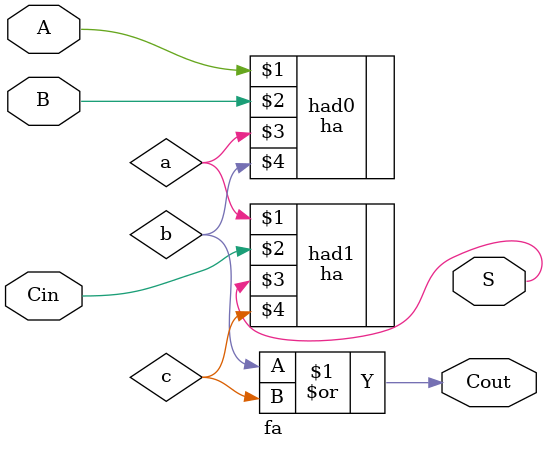
<source format=v>
`timescale 1ns / 1ps

module fa(input A, B, Cin, output S, Cout);

wire a, b, c;

ha had0 (A, B, a, b);
ha had1 (a, Cin, S, c);
or(Cout, b, c);

endmodule

</source>
